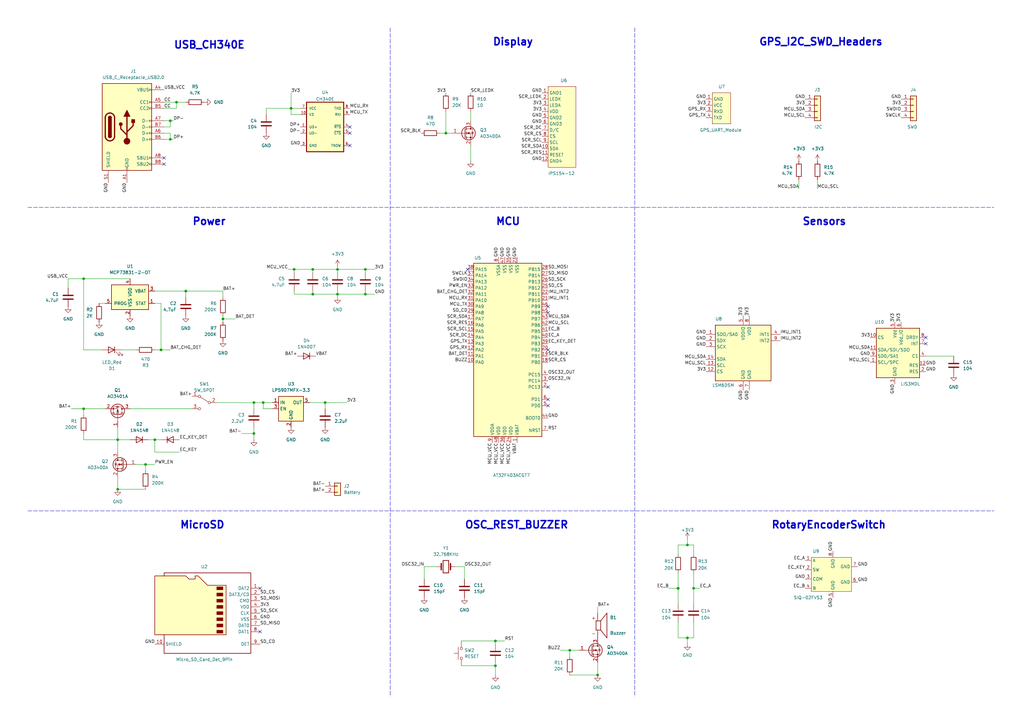
<source format=kicad_sch>
(kicad_sch (version 20210621) (generator eeschema)
  (paper "A3")
  (title_block (title "X-Track") (date "2021-08-31"))
  (junction (at 133.35 165.1) (diameter 0.9144))
  (junction (at 233.68 266.7) (diameter 0.9144))
  (junction (at 284.48 241.3) (diameter 0.9144))
  (junction (at 107.95 165.1) (diameter 0.9144))
  (junction (at 245.11 276.86) (diameter 0.9144))
  (junction (at 138.43 120.65) (diameter 0.9144))
  (junction (at 76.2 119.38) (diameter 0.9144))
  (junction (at 69.85 49.53) (diameter 0.9144))
  (junction (at 59.69 190.5) (diameter 0.9144))
  (junction (at 48.26 200.66) (diameter 0.9144))
  (junction (at 203.2 262.89) (diameter 0.9144))
  (junction (at 281.94 223.52) (diameter 0.9144))
  (junction (at 34.29 114.3) (diameter 0.9144))
  (junction (at 63.5 180.34) (diameter 0.9144))
  (junction (at 91.44 130.81) (diameter 0.9144))
  (junction (at 128.27 110.49))
  (junction (at 34.29 167.64) (diameter 0.9144))
  (junction (at 149.86 120.65) (diameter 0.9144))
  (junction (at 138.43 110.49) (diameter 0.9144))
  (junction (at 104.14 177.8) (diameter 0.9144))
  (junction (at 120.65 110.49))
  (junction (at 278.13 241.3) (diameter 1.016))
  (junction (at 104.14 165.1) (diameter 0.9144))
  (junction (at 48.26 180.34) (diameter 0.9144))
  (junction (at 119.38 44.45) (diameter 0.9144))
  (junction (at 128.27 120.65))
  (junction (at 149.86 110.49) (diameter 0.9144))
  (junction (at 66.04 143.51) (diameter 0.9144))
  (junction (at 72.39 41.91))
  (junction (at 182.88 54.61) (diameter 0.9144))
  (junction (at 281.94 261.62) (diameter 0.9144))
  (junction (at 69.85 57.15) (diameter 0.9144))
  (junction (at 203.2 273.05) (diameter 0.9144))
  (no_connect (at 143.51 59.69))
  (no_connect (at 143.51 52.07))
  (no_connect (at 143.51 54.61))
  (no_connect (at 191.77 110.49))
  (no_connect (at 224.79 125.73))
  (no_connect (at 224.79 128.27))
  (no_connect (at 224.79 143.51))
  (no_connect (at 224.79 158.75))
  (no_connect (at 67.31 64.77))
  (no_connect (at 67.31 67.31))
  (no_connect (at 106.68 259.08))
  (no_connect (at 106.68 241.3))
  (no_connect (at 224.79 163.83))
  (no_connect (at 224.79 166.37))
  (no_connect (at 379.73 138.43))
  (no_connect (at 379.73 140.97))
  (wire (pts (xy 281.94 220.98) (xy 281.94 223.52)))
  (wire (pts (xy 53.34 167.64) (xy 78.74 167.64)))
  (wire (pts (xy 27.94 114.3) (xy 27.94 118.11)))
  (polyline (pts (xy 11.43 209.55) (xy 407.67 209.55)) (stroke (width 0) (type dash)))
  (wire (pts (xy 91.44 119.38) (xy 91.44 121.92)))
  (wire (pts (xy 133.35 165.1) (xy 133.35 167.64)))
  (wire (pts (xy 182.88 45.72) (xy 182.88 54.61)))
  (wire (pts (xy 72.39 41.91) (xy 76.2 41.91)))
  (wire (pts (xy 67.31 41.91) (xy 72.39 41.91)))
  (polyline (pts (xy 260.35 11.43) (xy 260.35 285.75)) (stroke (width 0) (type dash)))
  (wire (pts (xy 173.99 232.41) (xy 173.99 237.49)))
  (wire (pts (xy 120.65 110.49) (xy 120.65 111.76)))
  (wire (pts (xy 34.29 167.64) (xy 34.29 170.18)))
  (wire (pts (xy 274.32 241.3) (xy 278.13 241.3)))
  (wire (pts (xy 40.64 124.46) (xy 43.18 124.46)))
  (wire (pts (xy 34.29 143.51) (xy 34.29 114.3)))
  (wire (pts (xy 41.91 143.51) (xy 34.29 143.51)))
  (wire (pts (xy 327.66 73.66) (xy 327.66 77.47)))
  (wire (pts (xy 284.48 223.52) (xy 281.94 223.52)))
  (wire (pts (xy 284.48 227.33) (xy 284.48 223.52)))
  (wire (pts (xy 138.43 119.38) (xy 138.43 120.65)))
  (wire (pts (xy 48.26 200.66) (xy 59.69 200.66)))
  (wire (pts (xy 63.5 180.34) (xy 63.5 185.42)))
  (wire (pts (xy 48.26 195.58) (xy 48.26 200.66)))
  (wire (pts (xy 34.29 114.3) (xy 53.34 114.3)))
  (wire (pts (xy 34.29 167.64) (xy 43.18 167.64)))
  (wire (pts (xy 193.04 45.72) (xy 193.04 49.53)))
  (wire (pts (xy 66.04 143.51) (xy 69.85 143.51)))
  (wire (pts (xy 63.5 143.51) (xy 66.04 143.51)))
  (wire (pts (xy 190.5 232.41) (xy 190.5 237.49)))
  (wire (pts (xy 284.48 241.3) (xy 284.48 247.65)))
  (wire (pts (xy 284.48 234.95) (xy 284.48 241.3)))
  (wire (pts (xy 67.31 52.07) (xy 69.85 52.07)))
  (wire (pts (xy 69.85 52.07) (xy 69.85 49.53)))
  (wire (pts (xy 128.27 110.49) (xy 128.27 111.76)))
  (wire (pts (xy 138.43 120.65) (xy 138.43 121.92)))
  (wire (pts (xy 119.38 38.1) (xy 119.38 44.45)))
  (wire (pts (xy 76.2 119.38) (xy 76.2 121.92)))
  (wire (pts (xy 203.2 262.89) (xy 203.2 264.16)))
  (wire (pts (xy 104.14 165.1) (xy 104.14 167.64)))
  (wire (pts (xy 66.04 124.46) (xy 66.04 143.51)))
  (wire (pts (xy 63.5 124.46) (xy 66.04 124.46)))
  (wire (pts (xy 29.21 167.64) (xy 34.29 167.64)))
  (wire (pts (xy 284.48 255.27) (xy 284.48 261.62)))
  (wire (pts (xy 59.69 190.5) (xy 59.69 193.04)))
  (polyline (pts (xy 160.02 11.43) (xy 160.02 285.75)) (stroke (width 0) (type dash)))
  (wire (pts (xy 49.53 143.51) (xy 55.88 143.51)))
  (wire (pts (xy 63.5 185.42) (xy 73.66 185.42)))
  (wire (pts (xy 67.31 57.15) (xy 69.85 57.15)))
  (wire (pts (xy 69.85 57.15) (xy 71.12 57.15)))
  (wire (pts (xy 379.73 146.05) (xy 391.16 146.05)))
  (wire (pts (xy 186.69 232.41) (xy 190.5 232.41)))
  (wire (pts (xy 284.48 241.3) (xy 287.02 241.3)))
  (wire (pts (xy 189.23 273.05) (xy 203.2 273.05)))
  (wire (pts (xy 128.27 119.38) (xy 128.27 120.65)))
  (wire (pts (xy 72.39 41.91) (xy 72.39 44.45)))
  (wire (pts (xy 72.39 44.45) (xy 67.31 44.45)))
  (wire (pts (xy 335.28 73.66) (xy 335.28 77.47)))
  (wire (pts (xy 138.43 109.22) (xy 138.43 110.49)))
  (wire (pts (xy 182.88 54.61) (xy 180.34 54.61)))
  (wire (pts (xy 185.42 54.61) (xy 182.88 54.61)))
  (wire (pts (xy 99.06 177.8) (xy 104.14 177.8)))
  (wire (pts (xy 111.76 167.64) (xy 107.95 167.64)))
  (wire (pts (xy 107.95 167.64) (xy 107.95 165.1)))
  (wire (pts (xy 127 165.1) (xy 133.35 165.1)))
  (wire (pts (xy 133.35 165.1) (xy 142.24 165.1)))
  (wire (pts (xy 27.94 114.3) (xy 34.29 114.3)))
  (wire (pts (xy 245.11 271.78) (xy 245.11 276.86)))
  (wire (pts (xy 76.2 119.38) (xy 91.44 119.38)))
  (wire (pts (xy 63.5 119.38) (xy 76.2 119.38)))
  (wire (pts (xy 109.22 44.45) (xy 119.38 44.45)))
  (wire (pts (xy 109.22 46.99) (xy 109.22 44.45)))
  (wire (pts (xy 233.68 276.86) (xy 245.11 276.86)))
  (wire (pts (xy 104.14 177.8) (xy 104.14 180.34)))
  (wire (pts (xy 281.94 261.62) (xy 281.94 264.16)))
  (wire (pts (xy 48.26 180.34) (xy 48.26 185.42)))
  (wire (pts (xy 48.26 175.26) (xy 48.26 180.34)))
  (polyline (pts (xy 11.43 85.09) (xy 407.67 85.09)) (stroke (width 0) (type dash)))
  (wire (pts (xy 278.13 241.3) (xy 278.13 247.65)))
  (wire (pts (xy 278.13 234.95) (xy 278.13 241.3)))
  (wire (pts (xy 67.31 49.53) (xy 69.85 49.53)))
  (wire (pts (xy 69.85 49.53) (xy 71.12 49.53)))
  (wire (pts (xy 60.96 180.34) (xy 63.5 180.34)))
  (wire (pts (xy 63.5 180.34) (xy 66.04 180.34)))
  (wire (pts (xy 189.23 262.89) (xy 203.2 262.89)))
  (wire (pts (xy 203.2 262.89) (xy 207.01 262.89)))
  (wire (pts (xy 91.44 130.81) (xy 96.52 130.81)))
  (wire (pts (xy 278.13 223.52) (xy 281.94 223.52)))
  (wire (pts (xy 278.13 227.33) (xy 278.13 223.52)))
  (wire (pts (xy 119.38 46.99) (xy 119.38 44.45)))
  (wire (pts (xy 123.19 46.99) (xy 119.38 46.99)))
  (wire (pts (xy 119.38 44.45) (xy 123.19 44.45)))
  (wire (pts (xy 34.29 180.34) (xy 34.29 177.8)))
  (wire (pts (xy 245.11 248.92) (xy 245.11 251.46)))
  (wire (pts (xy 128.27 120.65) (xy 138.43 120.65)))
  (wire (pts (xy 120.65 119.38) (xy 120.65 120.65)))
  (wire (pts (xy 120.65 120.65) (xy 128.27 120.65)))
  (wire (pts (xy 149.86 119.38) (xy 149.86 120.65)))
  (wire (pts (xy 173.99 232.41) (xy 179.07 232.41)))
  (wire (pts (xy 278.13 255.27) (xy 278.13 261.62)))
  (wire (pts (xy 278.13 261.62) (xy 281.94 261.62)))
  (wire (pts (xy 281.94 261.62) (xy 284.48 261.62)))
  (wire (pts (xy 104.14 175.26) (xy 104.14 177.8)))
  (wire (pts (xy 48.26 180.34) (xy 53.34 180.34)))
  (wire (pts (xy 138.43 110.49) (xy 138.43 111.76)))
  (wire (pts (xy 233.68 266.7) (xy 237.49 266.7)))
  (wire (pts (xy 229.87 266.7) (xy 233.68 266.7)))
  (wire (pts (xy 149.86 110.49) (xy 149.86 111.76)))
  (wire (pts (xy 138.43 120.65) (xy 149.86 120.65)))
  (wire (pts (xy 149.86 120.65) (xy 153.67 120.65)))
  (wire (pts (xy 55.88 190.5) (xy 59.69 190.5)))
  (wire (pts (xy 59.69 190.5) (xy 63.5 190.5)))
  (wire (pts (xy 88.9 165.1) (xy 104.14 165.1)))
  (wire (pts (xy 104.14 165.1) (xy 107.95 165.1)))
  (wire (pts (xy 107.95 165.1) (xy 111.76 165.1)))
  (wire (pts (xy 34.29 180.34) (xy 48.26 180.34)))
  (wire (pts (xy 203.2 271.78) (xy 203.2 273.05)))
  (wire (pts (xy 203.2 273.05) (xy 203.2 276.86)))
  (wire (pts (xy 128.27 110.49) (xy 138.43 110.49)))
  (wire (pts (xy 138.43 110.49) (xy 149.86 110.49)))
  (wire (pts (xy 149.86 110.49) (xy 153.67 110.49)))
  (wire (pts (xy 118.11 110.49) (xy 120.65 110.49)))
  (wire (pts (xy 120.65 110.49) (xy 128.27 110.49)))
  (wire (pts (xy 67.31 54.61) (xy 69.85 54.61)))
  (wire (pts (xy 69.85 54.61) (xy 69.85 57.15)))
  (wire (pts (xy 91.44 129.54) (xy 91.44 130.81)))
  (wire (pts (xy 91.44 130.81) (xy 91.44 132.08)))
  (wire (pts (xy 233.68 266.7) (xy 233.68 269.24)))
  (wire (pts (xy 193.04 59.69) (xy 193.04 66.04)))
  (text "RotaryEncoderSwitch" (at 316.23 217.17 0) (effects (font (size 3 3) (thickness 0.6) bold) (justify left bottom)))
  (text "OSC_REST_BUZZER" (at 190.5 217.17 0) (effects (font (size 3 3) (thickness 0.6) bold) (justify left bottom)))
  (text "GPS_I2C_SWD_Headers" (at 311.15 19.05 0) (effects (font (size 3 3) (thickness 0.6) bold) (justify left bottom)))
  (text "MicroSD" (at 73.66 217.17 0) (effects (font (size 3 3) (thickness 0.6) bold) (justify left bottom)))
  (text "USB_CH340E" (at 71.12 20.32 0) (effects (font (size 3 3) (thickness 0.6) bold) (justify left bottom)))
  (text "Sensors" (at 328.93 92.71 0) (effects (font (size 3 3) (thickness 0.6) bold) (justify left bottom)))
  (text "Power" (at 78.74 92.71 0) (effects (font (size 3 3) (thickness 0.6) bold) (justify left bottom)))
  (text "Display" (at 201.93 19.05 0) (effects (font (size 3 3) (thickness 0.6) bold) (justify left bottom)))
  (text "MCU" (at 203.2 92.71 0) (effects (font (size 3 3) (thickness 0.6) bold) (justify left bottom)))
  (label "GND" (at 307.34 160.02 270))
  (label "BAT+" (at 121.92 146.05 180))
  (label "OSC32_IN" (at 224.79 156.21 0))
  (label "SD_MOSI" (at 224.79 110.49 0))
  (label "SWDIO" (at 191.77 115.57 180))
  (label "SD_CD" (at 191.77 128.27 180))
  (label "GND" (at 207.01 105.41 90))
  (label "EC_KEY_DET" (at 73.66 180.34 0))
  (label "GND" (at 304.8 160.02 270))
  (label "BAT+" (at 133.35 201.93 180))
  (label "MCU_SDA" (at 356.87 143.51 180))
  (label "3V3" (at 106.68 248.92 0))
  (label "SCR_RES" (at 222.25 63.5 180))
  (label "SCR_SDA" (at 222.25 60.96 180))
  (label "SD_CS" (at 106.68 243.84 0))
  (label "GND" (at 153.67 120.65 0))
  (label "IMU_INT1" (at 320.04 137.16 0))
  (label "3V3" (at 142.24 165.1 0))
  (label "3V3" (at 289.56 43.18 180))
  (label "3V3" (at 222.25 45.72 180))
  (label "EC_KEY_DET" (at 224.79 140.97 0))
  (label "SCR_SDA" (at 191.77 130.81 180))
  (label "GND" (at 123.19 59.69 180))
  (label "USB_VCC" (at 67.31 36.83 0))
  (label "SD_SCK" (at 224.79 115.57 0))
  (label "OSC32_OUT" (at 224.79 153.67 0))
  (label "GND" (at 367.03 157.48 270))
  (label "GPS_RX" (at 191.77 143.51 180))
  (label "MCU_SCL" (at 356.87 148.59 180))
  (label "3V3" (at 330.2 43.18 180))
  (label "GND" (at 52.07 74.93 270))
  (label "GND" (at 356.87 146.05 180))
  (label "EC_A" (at 287.02 241.3 0))
  (label "DP+" (at 123.19 52.07 180))
  (label "GND" (at 351.79 238.76 0))
  (label "DP+" (at 71.12 57.15 0))
  (label "SCR_DC" (at 222.25 53.34 180))
  (label "SD_CD" (at 106.68 264.16 0))
  (label "MCU_VCC" (at 209.55 181.61 270))
  (label "PWR_EN" (at 63.5 190.5 0))
  (label "MCU_SCL" (at 335.28 77.47 0))
  (label "GND" (at 222.25 48.26 180))
  (label "GND" (at 63.5 264.16 180))
  (label "3V3" (at 307.34 129.54 90))
  (label "SWDIO" (at 369.57 45.72 180))
  (label "GPS_RX" (at 289.56 45.72 180))
  (label "IMU_INT2" (at 320.04 139.7 0))
  (label "GPS_TX" (at 289.56 48.26 180))
  (label "GND" (at 379.73 152.4 0))
  (label "GND" (at 224.79 171.45 0))
  (label "OSC32_IN" (at 173.99 232.41 180))
  (label "EC_B" (at 330.2 241.3 180))
  (label "SCR_LEDK" (at 222.25 40.64 180))
  (label "SCR_LEDK" (at 193.04 38.1 0))
  (label "MCU_SDA" (at 224.79 130.81 0))
  (label "3V3" (at 119.38 38.1 0))
  (label "MCU_RX" (at 191.77 123.19 180))
  (label "3V3" (at 289.56 152.4 180))
  (label "3V3" (at 367.03 132.08 90))
  (label "IMU_INT2" (at 224.79 120.65 0))
  (label "MCU_TX" (at 143.51 46.99 0))
  (label "BAT+" (at 91.44 119.38 0))
  (label "GND" (at 204.47 105.41 90))
  (label "EC_B" (at 274.32 241.3 180))
  (label "BAT_CHG_DET" (at 69.85 143.51 0))
  (label "SD_SCK" (at 106.68 251.46 0))
  (label "SD_MISO" (at 224.79 113.03 0))
  (label "EC_A" (at 224.79 138.43 0))
  (label "GND" (at 212.09 105.41 90))
  (label "EC_KEY" (at 330.2 233.68 180))
  (label "3V3" (at 369.57 132.08 90))
  (label "GND" (at 289.56 139.7 180))
  (label "BAT+" (at 29.21 167.64 180))
  (label "RST" (at 224.79 176.53 0))
  (label "MCU_TX" (at 191.77 125.73 180))
  (label "MCU_SCL" (at 289.56 149.86 180))
  (label "BAT+" (at 78.74 162.56 180))
  (label "GND" (at 222.25 38.1 180))
  (label "SCR_SCL" (at 191.77 135.89 180))
  (label "BAT-" (at 99.06 177.8 180))
  (label "MCU_VCC" (at 118.11 110.49 180))
  (label "GND" (at 289.56 137.16 180))
  (label "MCU_SDA" (at 327.66 77.47 180))
  (label "DP-" (at 71.12 49.53 0))
  (label "GND" (at 44.45 74.93 270))
  (label "GND" (at 209.55 105.41 90))
  (label "SCR_CS" (at 224.79 148.59 0))
  (label "GND" (at 222.25 66.04 180))
  (label "SCR_DC" (at 191.77 138.43 180))
  (label "EC_B" (at 224.79 135.89 0))
  (label "3V3" (at 153.67 110.49 0))
  (label "BUZZ" (at 191.77 148.59 180))
  (label "SWCLK" (at 191.77 113.03 180))
  (label "EC_A" (at 330.2 229.87 180))
  (label "GPS_TX" (at 191.77 140.97 180))
  (label "SD_MOSI" (at 106.68 246.38 0))
  (label "MCU_SDA" (at 330.2 45.72 180))
  (label "3V3" (at 356.87 138.43 180))
  (label "SCR_BLK" (at 224.79 146.05 0))
  (label "BUZZ" (at 229.87 266.7 180))
  (label "SCR_RES" (at 191.77 133.35 180))
  (label "3V3" (at 304.8 129.54 90))
  (label "MCU_SDA" (at 289.56 147.32 180))
  (label "USB_VCC" (at 27.94 114.3 180))
  (label "GND" (at 351.79 232.41 0))
  (label "SD_MISO" (at 106.68 256.54 0))
  (label "BAT_CHG_DET" (at 191.77 120.65 180))
  (label "MCU_VCC" (at 201.93 181.61 270))
  (label "BAT_DET" (at 191.77 146.05 180))
  (label "MCU_SCL" (at 330.2 48.26 180))
  (label "CC" (at 67.31 41.91 0))
  (label "BAT+" (at 245.11 248.92 0))
  (label "3V3" (at 369.57 43.18 180))
  (label "GND" (at 341.63 226.06 90))
  (label "SCR_BLK" (at 172.72 54.61 180))
  (label "GND" (at 330.2 40.64 180))
  (label "BAT-" (at 133.35 199.39 180))
  (label "MCU_SCL" (at 224.79 133.35 0))
  (label "SD_CS" (at 224.79 118.11 0))
  (label "CC" (at 67.31 44.45 0))
  (label "SCR_CS" (at 222.25 55.88 180))
  (label "GND" (at 222.25 50.8 180))
  (label "GND" (at 289.56 142.24 180))
  (label "PWR_EN" (at 191.77 118.11 180))
  (label "BAT_DET" (at 96.52 130.81 0))
  (label "SWCLK" (at 369.57 48.26 180))
  (label "VBAT" (at 129.54 146.05 0))
  (label "GND" (at 106.68 254 0))
  (label "GND" (at 289.56 40.64 180))
  (label "EC_KEY" (at 73.66 185.42 0))
  (label "OSC32_OUT" (at 190.5 232.41 0))
  (label "3V3" (at 222.25 43.18 180))
  (label "MCU_VCC" (at 207.01 181.61 270))
  (label "RST" (at 207.01 262.89 0))
  (label "MCU_RX" (at 143.51 44.45 0))
  (label "SCR_SCL" (at 222.25 58.42 180))
  (label "3V3" (at 182.88 38.1 180))
  (label "GND" (at 369.57 40.64 180))
  (label "GND" (at 379.73 149.86 0))
  (label "DP-" (at 123.19 54.61 180))
  (label "GND" (at 330.2 237.49 180))
  (label "MCU_VCC" (at 204.47 181.61 270))
  (label "GND" (at 341.63 245.11 270))
  (label "VBAT" (at 212.09 181.61 270))
  (label "IMU_INT1" (at 224.79 123.19 0))
  (symbol (lib_id "power:+3.3V") (at 327.66 66.04 0) (unit 1)
    (property "Reference" "#PWR021" (effects hide))
    (property "Value" "+3.3V" (at 327.66 60.96 0))
  )
  (symbol (lib_id "CH340E:CH340E") (at 133.35 52.07 0) (unit 1)
    (property "Reference" "U4" (at 133.35 37.8672 0))
    (property "Value" "CH340E" (at 133.35 40.6423 0))
    (property "Footprint" "Package_SO:MSOP-10_3x3mm_P0.5mm" (effects hide))
    (property "PROD_ID" "IC-14135" (effects hide))
  )
  (symbol (lib_id "Connector_Generic:Conn_01x02") (at 138.43 199.39 0) (unit 1)
    (property "Reference" "J2" (at 140.97 199.3899 0) (effects (justify left)))
    (property "Value" "Battery" (at 140.97 201.9299 0) (effects (justify left)))
    (property "Footprint" "Connector_JST:JST_PH_B2B-PH-K_1x02_P2.00mm_Vertical" (effects hide))
  )
  (symbol (lib_name "R_4") (lib_id "Device:R") (at 233.68 273.05 0) (mirror x) (unit 1)
    (property "Reference" "R11" (at 231.14 271.7799 0) (effects (justify right)))
    (property "Value" "20K" (at 231.14 274.3199 0) (effects (justify right)))
    (property "Footprint" "Resistor_SMD:R_0805_2012Metric_Pad1.20x1.40mm_HandSolder" (effects hide))
  )
  (symbol (lib_name "GND_24") (lib_id "power:GND") (at 83.82 41.91 90) (unit 1)
    (property "Reference" "#PWR06" (effects hide))
    (property "Value" "GND" (at 87.63 41.9099 90) (effects (justify right)))
  )
  (symbol (lib_name "R_2") (lib_id "Device:R") (at 182.88 41.91 0) (unit 1)
    (property "Reference" "R9" (at 185.42 40.6399 0) (effects (justify left)))
    (property "Value" "20K" (at 185.42 43.1799 0) (effects (justify left)))
    (property "Footprint" "Resistor_SMD:R_0805_2012Metric_Pad1.20x1.40mm_HandSolder" (effects hide))
  )
  (symbol (lib_id "Device:C") (at 104.14 171.45 0) (unit 1)
    (property "Reference" "C3" (at 100.33 170.1799 0) (effects (justify right)))
    (property "Value" "2.2uF" (at 100.33 172.7199 0) (effects (justify right)))
    (property "Footprint" "Capacitor_SMD:C_0805_2012Metric_Pad1.18x1.45mm_HandSolder" (effects hide))
  )
  (symbol (lib_id "Device:C") (at 391.16 149.86 0) (unit 1)
    (property "Reference" "C15" (at 394.97 148.5899 0) (effects (justify left)))
    (property "Value" "104" (at 394.97 151.1299 0) (effects (justify left)))
    (property "Footprint" "Capacitor_SMD:C_0805_2012Metric_Pad1.18x1.45mm_HandSolder" (effects hide))
  )
  (symbol (lib_id "Battery_Management:MCP73831-2-OT") (at 53.34 121.92 0) (unit 1)
    (property "Reference" "U1" (at 53.34 109.22 0))
    (property "Value" "MCP73831-2-OT" (at 53.34 111.76 0))
    (property "Footprint" "Package_TO_SOT_SMD:SOT-23-5" (effects hide))
    (property "Datasheet" "http://ww1.microchip.com/downloads/en/DeviceDoc/20001984g.pdf" (effects hide))
  )
  (symbol (lib_id "Connector:Micro_SD_Card_Det_9Pin") (at 83.82 232.41 0) (mirror y) (unit 1)
    (property "Reference" "U2" (at 83.82 232.41 0))
    (property "Value" "Micro_SD_Card_Det_9Pin" (at 83.82 270.51 0))
    (property "Footprint" "microSD_9Pins:microSD_9Pins" (effects hide))
    (property "Datasheet" "https://www.hirose.com/product/en/download_file/key_name/DM3/category/Catalog/doc_file_id/49662/?file_category_id=4&item_id=195&is_series=1" (effects hide))
  )
  (symbol (lib_id "Connector_Generic:Conn_01x04") (at 374.65 43.18 0) (unit 1)
    (property "Reference" "J4" (at 373.38 36.8299 0) (effects (justify left)))
    (property "Value" "SWD" (at 372.11 52.0699 0) (effects (justify left)))
    (property "Footprint" "Connector_JST:JST_PH_B4B-PH-K_1x04_P2.00mm_Vertical" (effects hide))
  )
  (symbol (lib_id "Device:C") (at 109.22 50.8 0) (mirror y) (unit 1)
    (property "Reference" "C4" (at 105.41 49.5299 0) (effects (justify left)))
    (property "Value" "104" (at 105.41 52.0699 0) (effects (justify left)))
    (property "Footprint" "Capacitor_SMD:C_0805_2012Metric_Pad1.18x1.45mm_HandSolder" (effects hide))
  )
  (symbol (lib_id "Connector:USB_C_Receptacle_USB2.0") (at 52.07 52.07 0) (unit 1)
    (property "Reference" "J1" (at 54.737 29.21 0))
    (property "Value" "USB_C_Receptacle_USB2.0" (at 54.737 31.75 0))
    (property "Footprint" "Connector_USB:Taobao_USB_C_Receptacle_16Pin" (effects hide))
    (property "Datasheet" "https://www.usb.org/sites/default/files/documents/usb_type-c.zip" (effects hide))
  )
  (symbol (lib_id "Sensor_Motion:LIS3MDL") (at 368.3 120.65 0) (unit 1)
    (property "Reference" "U10" (at 360.68 132.08 0))
    (property "Value" "LIS3MDL" (at 373.38 157.48 0))
    (property "Footprint" "Package_LGA:LGA-12_2x2mm_P0.5mm_LIS3MDL" (effects hide))
  )
  (symbol (lib_id "power:+3.3V") (at 335.28 66.04 0) (unit 1)
    (property "Reference" "#PWR022" (effects hide))
    (property "Value" "+3.3V" (at 335.28 60.96 0))
  )
  (symbol (lib_id "RF_GPS:GPS_UART_Module") (at 292.1 34.29 0) (unit 1)
    (property "Reference" "U7" (at 294.64 35.5599 0) (effects (justify left)))
    (property "Value" "GPS_UART_Module" (at 287.02 53.3399 0) (effects (justify left)))
    (property "Footprint" "Connector_JST:JST_PH_B4B-PH-K_1x04_P2.00mm_Vertical" (effects hide))
  )
  (symbol (lib_id "Sensor_Motion:LSM6DSM") (at 304.8 144.78 0) (unit 1)
    (property "Reference" "U8" (at 293.37 130.81 0) (effects (justify left)))
    (property "Value" "LSM6DSM" (at 292.1 158.75 0) (effects (justify left bottom)))
    (property "Footprint" "Package_LGA:LGA-14L_2.5x3mm_P0.5mm_LSM6DSM" (effects hide))
    (property "Datasheet" "www.st.com/resource/en/datasheet/lsm6ds3.pdf" (effects hide))
  )
  (symbol (lib_id "Transistor_FET:AO3400A") (at 242.57 266.7 0) (unit 1)
    (property "Reference" "Q4" (at 248.92 265.4299 0) (effects (justify left)))
    (property "Value" "AO3400A" (at 248.92 267.9699 0) (effects (justify left)))
    (property "Footprint" "Package_TO_SOT_SMD:SOT-23" (effects hide))
    (property "Datasheet" "http://www.aosmd.com/pdfs/datasheet/AO3400A.pdf" (effects hide))
  )
  (symbol (lib_name "R_1") (lib_id "Device:R") (at 193.04 41.91 0) (unit 1)
    (property "Reference" "R10" (at 195.58 40.6399 0) (effects (justify left)))
    (property "Value" "10" (at 195.58 43.1799 0) (effects (justify left)))
    (property "Footprint" "Resistor_SMD:R_0805_2012Metric_Pad1.20x1.40mm_HandSolder" (effects hide))
  )
  (symbol (lib_id "Device:C") (at 128.27 115.57 0) (unit 1)
    (property "Reference" "C6" (at 132.08 114.2999 0) (effects (justify left)))
    (property "Value" "104" (at 132.08 116.8399 0) (effects (justify left)))
    (property "Footprint" "Capacitor_SMD:C_0805_2012Metric_Pad1.18x1.45mm_HandSolder" (effects hide))
  )
  (symbol (lib_name "GND_8") (lib_id "power:GND") (at 245.11 276.86 0) (unit 1)
    (property "Reference" "#PWR018" (effects hide))
    (property "Value" "GND" (at 245.11 281.94 0))
  )
  (symbol (lib_name "GND_17") (lib_id "power:GND") (at 119.38 175.26 0) (unit 1)
    (property "Reference" "#PWR010" (effects hide))
    (property "Value" "GND" (at 119.38 180.34 0))
  )
  (symbol (lib_name "R_3") (lib_id "Device:R") (at 176.53 54.61 90) (unit 1)
    (property "Reference" "R8" (at 176.53 48.26 90))
    (property "Value" "470" (at 176.53 50.8 90))
    (property "Footprint" "Resistor_SMD:R_0805_2012Metric_Pad1.20x1.40mm_HandSolder" (effects hide))
  )
  (symbol (lib_name "GND_18") (lib_id "power:GND") (at 133.35 175.26 0) (unit 1)
    (property "Reference" "#PWR011" (effects hide))
    (property "Value" "GND" (at 133.35 180.34 0))
  )
  (symbol (lib_name "R_10") (lib_id "Device:R") (at 59.69 196.85 0) (unit 1)
    (property "Reference" "R4" (at 62.23 195.5799 0) (effects (justify left)))
    (property "Value" "200K" (at 62.23 198.1199 0) (effects (justify left)))
    (property "Footprint" "Resistor_SMD:R_0805_2012Metric_Pad1.20x1.40mm_HandSolder" (effects hide))
  )
  (symbol (lib_name "R_5") (lib_id "Device:R") (at 327.66 69.85 0) (mirror y) (unit 1)
    (property "Reference" "R14" (at 325.12 68.5799 0) (effects (justify left)))
    (property "Value" "4.7K" (at 325.12 71.1199 0) (effects (justify left)))
    (property "Footprint" "Resistor_SMD:R_0805_2012Metric_Pad1.20x1.40mm_HandSolder" (effects hide))
  )
  (symbol (lib_id "Device:C") (at 76.2 125.73 0) (mirror x) (unit 1)
    (property "Reference" "C2" (at 72.39 124.4599 0) (effects (justify right)))
    (property "Value" "4.7uF" (at 72.39 126.9999 0) (effects (justify right)))
    (property "Footprint" "Capacitor_SMD:C_0805_2012Metric_Pad1.18x1.45mm_HandSolder" (effects hide))
  )
  (symbol (lib_id "Switch:SW_SPDT") (at 83.82 165.1 0) (mirror y) (unit 1)
    (property "Reference" "SW1" (at 83.82 157.48 0))
    (property "Value" "SW_SPDT" (at 83.82 160.02 0))
    (property "Footprint" "Button_Switch_SMD:Taobao_SW_SPDT_MSK-12C01-07" (effects hide))
  )
  (symbol (lib_id "Device:C") (at 149.86 115.57 0) (unit 1)
    (property "Reference" "C9" (at 153.67 114.2999 0) (effects (justify left)))
    (property "Value" "104" (at 153.67 116.8399 0) (effects (justify left)))
    (property "Footprint" "Capacitor_SMD:C_0805_2012Metric_Pad1.18x1.45mm_HandSolder" (effects hide))
  )
  (symbol (lib_id "Diode:1N4148") (at 57.15 180.34 180) (unit 1)
    (property "Reference" "D2" (at 57.15 173.99 0))
    (property "Value" "1N4148" (at 57.15 176.53 0))
    (property "Footprint" "Diode_SMD:D_0805_2012Metric_Pad1.15x1.40mm_HandSolder" (effects hide))
    (property "Datasheet" "https://assets.nexperia.com/documents/data-sheet/1N4148_1N4448.pdf" (effects hide))
  )
  (symbol (lib_id "Device:C") (at 120.65 115.57 0) (mirror y) (unit 1)
    (property "Reference" "C5" (at 116.84 114.2999 0) (effects (justify left)))
    (property "Value" "4.7uF" (at 116.84 116.8399 0) (effects (justify left)))
    (property "Footprint" "Capacitor_SMD:C_0805_2012Metric_Pad1.18x1.45mm_HandSolder" (effects hide))
  )
  (symbol (lib_name "GND_20") (lib_id "power:GND") (at 104.14 180.34 0) (unit 1)
    (property "Reference" "#PWR08" (effects hide))
    (property "Value" "GND" (at 104.14 185.42 0))
  )
  (symbol (lib_id "Diode:1N4148") (at 69.85 180.34 0) (mirror x) (unit 1)
    (property "Reference" "D3" (at 69.85 173.99 0))
    (property "Value" "1N4148" (at 69.85 176.53 0))
    (property "Footprint" "Diode_SMD:D_0805_2012Metric_Pad1.15x1.40mm_HandSolder" (effects hide))
    (property "Datasheet" "https://assets.nexperia.com/documents/data-sheet/1N4148_1N4448.pdf" (effects hide))
  )
  (symbol (lib_id "Device:C") (at 133.35 171.45 0) (unit 1)
    (property "Reference" "C7" (at 137.16 170.1799 0) (effects (justify left)))
    (property "Value" "2.2uF" (at 137.16 172.7199 0) (effects (justify left)))
    (property "Footprint" "Capacitor_SMD:C_0805_2012Metric_Pad1.18x1.45mm_HandSolder" (effects hide))
  )
  (symbol (lib_id "Switch:SW_Push") (at 189.23 267.97 90) (unit 1)
    (property "Reference" "SW2" (at 190.5 266.6999 90) (effects (justify right)))
    (property "Value" "RESET" (at 190.5 269.2399 90) (effects (justify right)))
    (property "Footprint" "Button_Switch_SMD:SW_Push_SPST_NO_Alps_SKRK" (effects hide))
  )
  (symbol (lib_name "GND_7") (lib_id "power:GND") (at 203.2 276.86 0) (unit 1)
    (property "Reference" "#PWR017" (effects hide))
    (property "Value" "GND" (at 203.2 281.94 0))
  )
  (symbol (lib_id "Device:C") (at 190.5 241.3 0) (unit 1)
    (property "Reference" "C11" (at 194.31 240.0299 0) (effects (justify left)))
    (property "Value" "15pF" (at 194.31 242.5699 0) (effects (justify left)))
    (property "Footprint" "Capacitor_SMD:C_0805_2012Metric_Pad1.18x1.45mm_HandSolder" (effects hide))
  )
  (symbol (lib_name "GND_2") (lib_id "power:GND") (at 109.22 54.61 0) (unit 1)
    (property "Reference" "#PWR09" (effects hide))
    (property "Value" "GND" (at 109.22 59.69 0))
  )
  (symbol (lib_name "R_8") (lib_id "Device:R") (at 59.69 143.51 90) (mirror x) (unit 1)
    (property "Reference" "R3" (at 59.69 149.86 90))
    (property "Value" "470" (at 59.69 147.32 90))
    (property "Footprint" "Resistor_SMD:R_0805_2012Metric_Pad1.20x1.40mm_HandSolder" (effects hide))
  )
  (symbol (lib_id "Device:C") (at 173.99 241.3 180) (unit 1)
    (property "Reference" "C10" (at 177.8 240.0299 0) (effects (justify right)))
    (property "Value" "15pF" (at 177.8 242.5699 0) (effects (justify right)))
    (property "Footprint" "Capacitor_SMD:C_0805_2012Metric_Pad1.18x1.45mm_HandSolder" (effects hide))
  )
  (symbol (lib_id "Device:R") (at 278.13 231.14 0) (mirror y) (unit 1)
    (property "Reference" "R12" (at 276.3519 230.2315 0) (effects (justify left)))
    (property "Value" "20K" (at 276.3519 233.0066 0) (effects (justify left)))
    (property "Footprint" "Resistor_SMD:R_0805_2012Metric_Pad1.20x1.40mm_HandSolder" (effects hide))
  )
  (symbol (lib_id "Buzzer_CMT-0502-75-SMT-TR:CMT-0502-75-SMT-TR") (at 245.11 256.54 0) (unit 1)
    (property "Reference" "B1" (at 250.19 254 0) (effects (justify left bottom)))
    (property "Value" "Buzzer" (at 250.19 260.35 0) (effects (justify left bottom)))
    (property "Footprint" "Buzzer_CMT-0502-75-SMT-TR:Buzzer_CMT-0502-75-SMT-TR" (effects hide))
    (property "STANDARD" "Manufacturer Recommendations" (effects hide))
    (property "PARTREV" "1.0" (effects hide))
    (property "MANUFACTURER" "CUI Inc." (effects hide))
    (property "MAXIMUM_PACKAGE_HEIGHT" "2.00mm" (effects hide))
  )
  (symbol (lib_name "GND_15") (lib_id "power:GND") (at 76.2 129.54 0) (unit 1)
    (property "Reference" "#PWR05" (effects hide))
    (property "Value" "GND" (at 76.2 134.62 0))
  )
  (symbol (lib_id "Transistor_FET:AO3401A") (at 48.26 170.18 270) (mirror x) (unit 1)
    (property "Reference" "Q1" (at 48.26 160.02 90))
    (property "Value" "AO3401A" (at 48.26 162.56 90))
    (property "Footprint" "Package_TO_SOT_SMD:SOT-23" (effects hide))
    (property "Datasheet" "http://www.aosmd.com/pdfs/datasheet/AO3401A.pdf" (effects hide))
  )
  (symbol (lib_id "Diode:1N4007") (at 125.73 146.05 180) (unit 1)
    (property "Reference" "D4" (at 125.73 139.7 0))
    (property "Value" "1N4007" (at 125.73 142.24 0))
    (property "Footprint" "Diode_SMD:D_0805_2012Metric_Pad1.15x1.40mm_HandSolder" (effects hide))
    (property "Datasheet" "http://www.vishay.com/docs/88503/1n4001.pdf" (effects hide))
  )
  (symbol (lib_id "Device:C") (at 203.2 267.97 0) (unit 1)
    (property "Reference" "C12" (at 207.01 266.6999 0) (effects (justify left)))
    (property "Value" "104" (at 207.01 269.2399 0) (effects (justify left)))
    (property "Footprint" "Capacitor_SMD:C_0805_2012Metric_Pad1.18x1.45mm_HandSolder" (effects hide))
  )
  (symbol (lib_id "Connector_Generic:Conn_01x04") (at 335.28 43.18 0) (unit 1)
    (property "Reference" "J3" (at 334.01 36.8299 0) (effects (justify left)))
    (property "Value" "I2C" (at 334.01 52.0699 0) (effects (justify left)))
    (property "Footprint" "Connector_JST:JST_PH_B4B-PH-K_1x04_P2.00mm_Vertical" (effects hide))
  )
  (symbol (lib_name "R_6") (lib_id "Device:R") (at 335.28 69.85 0) (unit 1)
    (property "Reference" "R15" (at 337.82 68.5799 0) (effects (justify left)))
    (property "Value" "4.7K" (at 337.82 71.1199 0) (effects (justify left)))
    (property "Footprint" "Resistor_SMD:R_0805_2012Metric_Pad1.20x1.40mm_HandSolder" (effects hide))
  )
  (symbol (lib_id "Device:C") (at 27.94 121.92 0) (mirror y) (unit 1)
    (property "Reference" "C1" (at 24.13 120.6499 0) (effects (justify left)))
    (property "Value" "4.7uF" (at 24.13 123.1899 0) (effects (justify left)))
    (property "Footprint" "Capacitor_SMD:C_0805_2012Metric_Pad1.18x1.45mm_HandSolder" (effects hide))
  )
  (symbol (lib_name "GND_16") (lib_id "power:GND") (at 48.26 200.66 0) (unit 1)
    (property "Reference" "#PWR03" (effects hide))
    (property "Value" "GND" (at 48.26 205.74 0))
  )
  (symbol (lib_name "GND_5") (lib_id "power:GND") (at 173.99 245.11 0) (unit 1)
    (property "Reference" "#PWR014" (effects hide))
    (property "Value" "GND" (at 173.99 250.19 0))
  )
  (symbol (lib_id "power:+3V3") (at 281.94 220.98 0) (unit 1)
    (property "Reference" "#PWR019" (effects hide))
    (property "Value" "+3V3" (at 281.94 217.3754 0))
  )
  (symbol (lib_name "GND_1") (lib_id "power:GND") (at 193.04 66.04 0) (unit 1)
    (property "Reference" "#PWR016" (effects hide))
    (property "Value" "GND" (at 193.04 71.12 0))
  )
  (symbol (lib_id "Device:C") (at 138.43 115.57 0) (unit 1)
    (property "Reference" "C8" (at 142.24 114.2999 0) (effects (justify left)))
    (property "Value" "104" (at 142.24 116.8399 0) (effects (justify left)))
    (property "Footprint" "Capacitor_SMD:C_0805_2012Metric_Pad1.18x1.45mm_HandSolder" (effects hide))
  )
  (symbol (lib_name "GND_6") (lib_id "power:GND") (at 190.5 245.11 0) (unit 1)
    (property "Reference" "#PWR015" (effects hide))
    (property "Value" "GND" (at 190.5 250.19 0))
  )
  (symbol (lib_id "MCU_ST_STM32F1:STM32F103C8Tx") (at 207.01 143.51 180) (unit 1)
    (property "Reference" "U5" (at 194.564 105.7715 0) (effects (justify right)))
    (property "Value" "AT32F403ACGT7" (at 202.184 194.9066 0) (effects (justify right)))
    (property "Footprint" "Package_QFP:LQFP_LQFN_-48_7x7mm_P0.5mm" (effects hide))
    (property "Datasheet" "http://www.st.com/st-web-ui/static/active/en/resource/technical/document/datasheet/CD00161566.pdf" (effects hide))
  )
  (symbol (lib_id "power:+3.3V") (at 138.43 109.22 0) (unit 1)
    (property "Reference" "#PWR012" (effects hide))
    (property "Value" "+3.3V" (at 138.43 104.14 0))
  )
  (symbol (lib_id "Regulator_Linear:LP5907MFX-3.3") (at 119.38 167.64 0) (unit 1)
    (property "Reference" "U3" (at 119.38 157.48 0))
    (property "Value" "LP5907MFX-3.3" (at 119.38 160.02 0))
    (property "Footprint" "Package_TO_SOT_SMD:SOT-23-5" (effects hide))
    (property "Datasheet" "http://www.ti.com/lit/ds/symlink/lp5907.pdf" (effects hide))
  )
  (symbol (lib_id "Transistor_FET:AO3400A") (at 190.5 54.61 0) (unit 1)
    (property "Reference" "Q3" (at 196.85 53.3399 0) (effects (justify left)))
    (property "Value" "AO3400A" (at 196.85 55.8799 0) (effects (justify left)))
    (property "Footprint" "Package_TO_SOT_SMD:SOT-23" (effects hide))
    (property "Datasheet" "http://www.aosmd.com/pdfs/datasheet/AO3400A.pdf" (effects hide))
  )
  (symbol (lib_name "GND_14") (lib_id "power:GND") (at 27.94 125.73 0) (unit 1)
    (property "Reference" "#PWR01" (effects hide))
    (property "Value" "GND" (at 27.94 130.81 0))
  )
  (symbol (lib_id "Device:R") (at 284.48 231.14 0) (unit 1)
    (property "Reference" "R13" (at 286.2581 230.2315 0) (effects (justify left)))
    (property "Value" "20K" (at 286.2581 233.0066 0) (effects (justify left)))
    (property "Footprint" "Resistor_SMD:R_0805_2012Metric_Pad1.20x1.40mm_HandSolder" (effects hide))
  )
  (symbol (lib_name "GND_12") (lib_id "power:GND") (at 53.34 129.54 0) (unit 1)
    (property "Reference" "#PWR04" (effects hide))
    (property "Value" "GND" (at 53.34 134.62 0))
  )
  (symbol (lib_id "power:GND") (at 281.94 264.16 0) (unit 1)
    (property "Reference" "#PWR020" (effects hide))
    (property "Value" "GND" (at 281.94 268.7226 0))
  )
  (symbol (lib_id "Device:C") (at 284.48 251.46 0) (unit 1)
    (property "Reference" "C14" (at 287.4011 250.5515 0) (effects (justify left)))
    (property "Value" "104" (at 287.4011 253.3266 0) (effects (justify left)))
    (property "Footprint" "Capacitor_SMD:C_0805_2012Metric_Pad1.18x1.45mm_HandSolder" (effects hide))
  )
  (symbol (lib_name "GND_23") (lib_id "power:GND") (at 91.44 139.7 0) (unit 1)
    (property "Reference" "#PWR07" (effects hide))
    (property "Value" "GND" (at 91.44 144.78 0))
  )
  (symbol (lib_id "Device:MITSUMI_SIQ-02FVS3") (at 340.36 215.9 0) (unit 1)
    (property "Reference" "U9" (at 334.645 226.06 0))
    (property "Value" "SIQ-02FVS3" (at 331.47 245.11 0))
    (property "Footprint" "Rotary_Encoder:RotaryEncoder_Mitsumi_SIQ-02FVS3" (effects hide))
  )
  (symbol (lib_name "GND_13") (lib_id "power:GND") (at 40.64 132.08 0) (unit 1)
    (property "Reference" "#PWR02" (effects hide))
    (property "Value" "GND" (at 40.64 137.16 0))
  )
  (symbol (lib_name "R_7") (lib_id "Device:R") (at 40.64 128.27 0) (mirror y) (unit 1)
    (property "Reference" "R2" (at 38.1 126.9999 0) (effects (justify left)))
    (property "Value" "2K" (at 38.1 129.5399 0) (effects (justify left)))
    (property "Footprint" "Resistor_SMD:R_0805_2012Metric_Pad1.20x1.40mm_HandSolder" (effects hide))
  )
  (symbol (lib_name "GND_3") (lib_id "power:GND") (at 138.43 121.92 0) (unit 1)
    (property "Reference" "#PWR013" (effects hide))
    (property "Value" "GND" (at 138.43 127 0))
  )
  (symbol (lib_id "Device:LED") (at 45.72 143.51 0) (mirror y) (unit 1)
    (property "Reference" "D1" (at 45.9105 151.13 0))
    (property "Value" "LED_Red" (at 45.9105 148.59 0))
    (property "Footprint" "LED_SMD:LED_0805_2012Metric_Pad1.15x1.40mm_HandSolder" (effects hide))
  )
  (symbol (lib_name "R_12") (lib_id "Device:R") (at 91.44 135.89 0) (mirror y) (unit 1)
    (property "Reference" "R7" (at 88.9 134.6199 0) (effects (justify left)))
    (property "Value" "200K" (at 88.9 137.1599 0) (effects (justify left)))
    (property "Footprint" "Resistor_SMD:R_0805_2012Metric_Pad1.20x1.40mm_HandSolder" (effects hide))
  )
  (symbol (lib_name "R_9") (lib_id "Device:R") (at 34.29 173.99 0) (mirror y) (unit 1)
    (property "Reference" "R1" (at 31.75 172.7199 0) (effects (justify left)))
    (property "Value" "200K" (at 31.75 175.2599 0) (effects (justify left)))
    (property "Footprint" "Resistor_SMD:R_0805_2012Metric_Pad1.20x1.40mm_HandSolder" (effects hide))
  )
  (symbol (lib_name "GND_4") (lib_id "power:GND") (at 391.16 153.67 0) (unit 1)
    (property "Reference" "#PWR023" (effects hide))
    (property "Value" "GND" (at 391.16 158.75 0))
  )
  (symbol (lib_id "Transistor_FET:AO3400A") (at 50.8 190.5 0) (mirror y) (unit 1)
    (property "Reference" "Q2" (at 44.45 189.2299 0) (effects (justify left)))
    (property "Value" "AO3400A" (at 44.45 191.7699 0) (effects (justify left)))
    (property "Footprint" "Package_TO_SOT_SMD:SOT-23" (effects hide))
    (property "Datasheet" "http://www.aosmd.com/pdfs/datasheet/AO3400A.pdf" (effects hide))
  )
  (symbol (lib_id "Display_Graphic:IPS154-12") (at 228.6 34.29 0) (unit 1)
    (property "Reference" "U6" (at 229.87 33.0199 0) (effects (justify left)))
    (property "Value" "IPS154-12" (at 224.79 71.1199 0) (effects (justify left)))
    (property "Footprint" "Display:ZJY154T-PG04" (effects hide))
  )
  (symbol (lib_id "Device:C") (at 278.13 251.46 0) (mirror y) (unit 1)
    (property "Reference" "C13" (at 275.2089 250.5515 0) (effects (justify left)))
    (property "Value" "104" (at 275.2089 253.3266 0) (effects (justify left)))
    (property "Footprint" "Capacitor_SMD:C_0805_2012Metric_Pad1.18x1.45mm_HandSolder" (effects hide))
  )
  (symbol (lib_id "Device:Crystal") (at 182.88 232.41 0) (unit 1)
    (property "Reference" "Y1" (at 182.88 224.79 0))
    (property "Value" "32.768KHz" (at 182.88 227.33 0))
    (property "Footprint" "Crystal:Crystal_SMD_3215-2Pin_3.2x1.5mm" (effects hide))
  )
  (symbol (lib_name "R_13") (lib_id "Device:R") (at 80.01 41.91 90) (unit 1)
    (property "Reference" "R5" (at 80.01 35.56 90))
    (property "Value" "4.7K" (at 80.01 38.1 90))
    (property "Footprint" "Resistor_SMD:R_0805_2012Metric_Pad1.20x1.40mm_HandSolder" (effects hide))
  )
  (symbol (lib_name "R_11") (lib_id "Device:R") (at 91.44 125.73 0) (mirror y) (unit 1)
    (property "Reference" "R6" (at 88.9 124.4599 0) (effects (justify left)))
    (property "Value" "200K" (at 88.9 126.9999 0) (effects (justify left)))
    (property "Footprint" "Resistor_SMD:R_0805_2012Metric_Pad1.20x1.40mm_HandSolder" (effects hide))
  )
)
</source>
